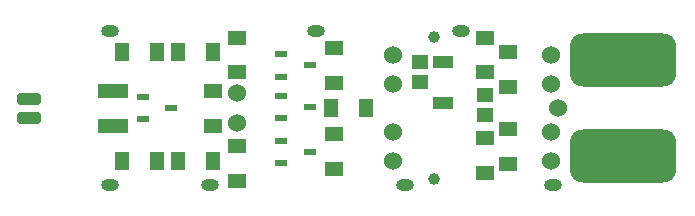
<source format=gbr>
%TF.GenerationSoftware,Altium Limited,Altium Designer,18.1.7 (191)*%
G04 Layer_Color=255*
%FSLAX45Y45*%
%MOMM*%
%TF.FileFunction,Pads,Top*%
%TF.Part,Single*%
G01*
G75*
%TA.AperFunction,SMDPad,CuDef*%
%ADD10R,1.75000X1.00000*%
%ADD11R,1.55000X1.30000*%
%ADD12R,1.00000X0.60000*%
%ADD13R,1.30000X1.55000*%
%ADD14R,2.65000X1.15000*%
%ADD15R,1.35000X1.20000*%
G04:AMPARAMS|DCode=16|XSize=1mm|YSize=2mm|CornerRadius=0.25mm|HoleSize=0mm|Usage=FLASHONLY|Rotation=90.000|XOffset=0mm|YOffset=0mm|HoleType=Round|Shape=RoundedRectangle|*
%AMROUNDEDRECTD16*
21,1,1.00000,1.50000,0,0,90.0*
21,1,0.50000,2.00000,0,0,90.0*
1,1,0.50000,0.75000,0.25000*
1,1,0.50000,0.75000,-0.25000*
1,1,0.50000,-0.75000,-0.25000*
1,1,0.50000,-0.75000,0.25000*
%
%ADD16ROUNDEDRECTD16*%
%TA.AperFunction,FiducialPad,Global*%
%ADD17C,1.00000*%
%TA.AperFunction,ViaPad*%
%ADD23O,1.50000X1.00000*%
%TA.AperFunction,ComponentPad*%
%ADD24C,1.52400*%
G04:AMPARAMS|DCode=25|XSize=9mm|YSize=4.5mm|CornerRadius=1.125mm|HoleSize=0mm|Usage=FLASHONLY|Rotation=0.000|XOffset=0mm|YOffset=0mm|HoleType=Round|Shape=RoundedRectangle|*
%AMROUNDEDRECTD25*
21,1,9.00000,2.25000,0,0,0.0*
21,1,6.75000,4.50000,0,0,0.0*
1,1,2.25000,3.37500,-1.12500*
1,1,2.25000,-3.37500,-1.12500*
1,1,2.25000,-3.37500,1.12500*
1,1,2.25000,3.37500,1.12500*
%
%ADD25ROUNDEDRECTD25*%
D10*
X-1525000Y42500D02*
D03*
Y392500D02*
D03*
D11*
X-2450000Y510000D02*
D03*
Y215000D02*
D03*
X-3275000Y-617500D02*
D03*
Y-322500D02*
D03*
Y302500D02*
D03*
Y597500D02*
D03*
X-3477500Y147500D02*
D03*
Y-147500D02*
D03*
X-2450000Y-222500D02*
D03*
Y-517500D02*
D03*
X-1175000Y-252500D02*
D03*
Y-547500D02*
D03*
Y302500D02*
D03*
Y597500D02*
D03*
X-975000Y177500D02*
D03*
Y472500D02*
D03*
Y-472500D02*
D03*
Y-177500D02*
D03*
D12*
X-2895000Y-275000D02*
D03*
Y-465000D02*
D03*
X-2655000Y-370000D02*
D03*
X-4070000Y95000D02*
D03*
Y-95000D02*
D03*
X-3830000Y0D02*
D03*
X-2895000Y457500D02*
D03*
Y267500D02*
D03*
X-2655000Y362500D02*
D03*
X-2895000Y102500D02*
D03*
Y-87500D02*
D03*
X-2655000Y7500D02*
D03*
D13*
X-3477500Y475000D02*
D03*
X-3772500D02*
D03*
X-3772500Y-445000D02*
D03*
X-3477500D02*
D03*
X-3952500D02*
D03*
X-4247500D02*
D03*
X-3952500Y475000D02*
D03*
X-4247500D02*
D03*
X-2177500Y0D02*
D03*
X-2472500D02*
D03*
D14*
X-4325000Y147500D02*
D03*
Y-147500D02*
D03*
D15*
X-1725000Y217500D02*
D03*
Y387500D02*
D03*
X-1175000Y110000D02*
D03*
Y-60000D02*
D03*
D16*
X-5035000Y-80000D02*
D03*
Y80000D02*
D03*
D17*
X-1600000Y600000D02*
D03*
Y-600000D02*
D03*
D23*
X-4350000Y650000D02*
D03*
Y-650000D02*
D03*
X-3500000D02*
D03*
X-2600000Y650000D02*
D03*
X-1850000Y-650000D02*
D03*
X-1375000Y650000D02*
D03*
X-600000Y-650000D02*
D03*
D24*
X-1950000Y-450000D02*
D03*
Y-200000D02*
D03*
X-3275000Y-125000D02*
D03*
Y125000D02*
D03*
X-1950000Y200000D02*
D03*
Y450000D02*
D03*
X-610000Y-200000D02*
D03*
Y-450000D02*
D03*
Y450000D02*
D03*
Y200000D02*
D03*
X-550000Y-0D02*
D03*
D25*
X0Y-406000D02*
D03*
Y406000D02*
D03*
%TF.MD5,11ddc4dd2f029627124f2e66f19f16c7*%
M02*

</source>
